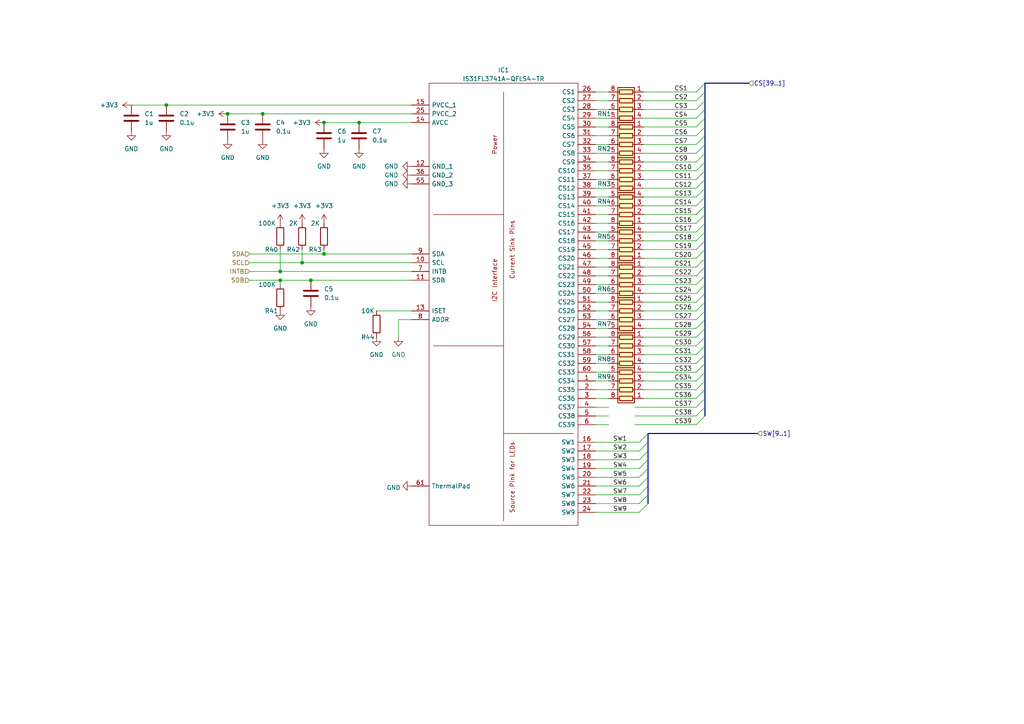
<source format=kicad_sch>
(kicad_sch (version 20211123) (generator eeschema)
  (paper "A4")
  (title_block (title "PMod RGB & Segment Display") (rev "v0.1") (company "James Horton") (comment 1 "interface, all LED's are designed to be indivdually addressable ") (comment 2 "This design is a 4 Digit Seven Segment Display made from RGB LED's, controlled using I2C") (comment 4 "Licensed Under CERN Open Hardware Licence Version 2 - Permissive"))
  (lib_symbols
    (symbol "Device:C" (pin_numbers hide) (pin_names (offset 0.254))
      (property "Reference" "C" (at 0.635 2.54 0))
      (property "Value" "C" (at 0.635 -2.54 0))
      (symbol "C_0_1"
        (polyline (pts (xy -2.032 -0.762) (xy 2.032 -0.762)) (stroke (width 0.508)))
        (polyline (pts (xy -2.032 0.762) (xy 2.032 0.762)) (stroke (width 0.508)))
      )
      (symbol "C_1_1"
        (pin passive line (at 0 3.81 270) (length 2.794) (name "~") (number "1"))
        (pin passive line (at 0 -3.81 90) (length 2.794) (name "~") (number "2"))
      )
    )
    (symbol "Device:R" (pin_numbers hide) (pin_names (offset 0))
      (property "Reference" "R" (at 2.032 0 90))
      (property "Value" "R" (at 0 0 90))
      (symbol "R_0_1"
        (rectangle (start -1.016 -2.54) (end 1.016 2.54) (stroke (width 0.254)))
      )
      (symbol "R_1_1"
        (pin passive line (at 0 3.81 270) (length 1.27) (name "~") (number "1"))
        (pin passive line (at 0 -3.81 90) (length 1.27) (name "~") (number "2"))
      )
    )
    (symbol "Device:R_Pack04" (pin_names (offset 0) hide)
      (property "Reference" "RN" (at -7.62 0 90))
      (property "Value" "R_Pack04" (at 5.08 0 90))
      (symbol "R_Pack04_0_1"
        (rectangle (start -6.35 -2.413) (end 3.81 2.413) (stroke (width 0.254)) (fill (type background)))
        (rectangle (start -5.715 1.905) (end -4.445 -1.905) (stroke (width 0.254)))
        (rectangle (start -3.175 1.905) (end -1.905 -1.905) (stroke (width 0.254)))
        (rectangle (start -0.635 1.905) (end 0.635 -1.905) (stroke (width 0.254)))
        (polyline (pts (xy -5.08 -2.54) (xy -5.08 -1.905)))
        (polyline (pts (xy -5.08 1.905) (xy -5.08 2.54)))
        (polyline (pts (xy -2.54 -2.54) (xy -2.54 -1.905)))
        (polyline (pts (xy -2.54 1.905) (xy -2.54 2.54)))
        (polyline (pts (xy 0 -2.54) (xy 0 -1.905)))
        (polyline (pts (xy 0 1.905) (xy 0 2.54)))
        (polyline (pts (xy 2.54 -2.54) (xy 2.54 -1.905)))
        (polyline (pts (xy 2.54 1.905) (xy 2.54 2.54)))
        (rectangle (start 1.905 1.905) (end 3.175 -1.905) (stroke (width 0.254)))
      )
      (symbol "R_Pack04_1_1"
        (pin passive line (at -5.08 -5.08 90) (length 2.54) (name "R1.1") (number "1"))
        (pin passive line (at -2.54 -5.08 90) (length 2.54) (name "R2.1") (number "2"))
        (pin passive line (at 0 -5.08 90) (length 2.54) (name "R3.1") (number "3"))
        (pin passive line (at 2.54 -5.08 90) (length 2.54) (name "R4.1") (number "4"))
        (pin passive line (at 2.54 5.08 270) (length 2.54) (name "R4.2") (number "5"))
        (pin passive line (at 0 5.08 270) (length 2.54) (name "R3.2") (number "6"))
        (pin passive line (at -2.54 5.08 270) (length 2.54) (name "R2.2") (number "7"))
        (pin passive line (at -5.08 5.08 270) (length 2.54) (name "R1.2") (number "8"))
      )
    )
    (symbol "jjh:IS31FL3741A-QFLS4-TR" (pin_names (offset 0.762))
      (property "Reference" "IC" (at 0 86.36 0))
      (property "Value" "IS31FL3741A-QFLS4-TR" (at 0 83.82 0))
      (symbol "IS31FL3741A-QFLS4-TR_0_0"
        (polyline (pts (xy -17.78 20.32) (xy 2.54 20.32)) (stroke (width 0.1524)))
        (polyline (pts (xy 2.54 -43.18) (xy 22.86 -43.18)) (stroke (width 0.1524)))
        (polyline (pts (xy 2.54 -17.78) (xy -17.78 -17.78)) (stroke (width 0.1524)))
        (polyline (pts (xy 2.54 55.88) (xy 2.54 -68.58)) (stroke (width 0.1524)))
        (text "Current Sink Pins" (at 5.08 10.16 900) (effects (font (size 1.27 1.27))))
        (text "I2C Interface" (at 0 1.27 900) (effects (font (size 1.27 1.27))))
        (text "Power" (at 0 40.64 900) (effects (font (size 1.27 1.27))))
        (text "Source Pink for LEDs" (at 5.08 -55.88 900) (effects (font (size 1.27 1.27))))
        (pin passive line (at 29.21 -27.94 180) (length 5.08) (name "CS34") (number "1"))
        (pin passive line (at -24.13 6.35 0) (length 5.08) (name "SCL") (number "10"))
        (pin passive line (at -24.13 1.27 0) (length 5.08) (name "SDB") (number "11"))
        (pin passive line (at -24.13 34.29 0) (length 5.08) (name "GND_1") (number "12"))
        (pin passive line (at -24.13 -7.62 0) (length 5.08) (name "ISET") (number "13"))
        (pin passive line (at -24.13 46.99 0) (length 5.08) (name "AVCC") (number "14"))
        (pin passive line (at -24.13 52.07 0) (length 5.08) (name "PVCC_1") (number "15"))
        (pin passive line (at 29.21 -45.72 180) (length 5.08) (name "SW1") (number "16"))
        (pin passive line (at 29.21 -48.26 180) (length 5.08) (name "SW2") (number "17"))
        (pin passive line (at 29.21 -50.8 180) (length 5.08) (name "SW3") (number "18"))
        (pin passive line (at 29.21 -53.34 180) (length 5.08) (name "SW4") (number "19"))
        (pin passive line (at 29.21 -30.48 180) (length 5.08) (name "CS35") (number "2"))
        (pin passive line (at 29.21 -55.88 180) (length 5.08) (name "SW5") (number "20"))
        (pin passive line (at 29.21 -58.42 180) (length 5.08) (name "SW6") (number "21"))
        (pin passive line (at 29.21 -60.96 180) (length 5.08) (name "SW7") (number "22"))
        (pin passive line (at 29.21 -63.5 180) (length 5.08) (name "SW8") (number "23"))
        (pin passive line (at 29.21 -66.04 180) (length 5.08) (name "SW9") (number "24"))
        (pin passive line (at -24.13 49.53 0) (length 5.08) (name "PVCC_2") (number "25"))
        (pin passive line (at 29.21 55.88 180) (length 5.08) (name "CS1") (number "26"))
        (pin passive line (at 29.21 53.34 180) (length 5.08) (name "CS2") (number "27"))
        (pin passive line (at 29.21 50.8 180) (length 5.08) (name "CS3") (number "28"))
        (pin passive line (at 29.21 48.26 180) (length 5.08) (name "CS4") (number "29"))
        (pin passive line (at 29.21 -33.02 180) (length 5.08) (name "CS36") (number "3"))
        (pin passive line (at 29.21 45.72 180) (length 5.08) (name "CS5") (number "30"))
        (pin passive line (at 29.21 43.18 180) (length 5.08) (name "CS6") (number "31"))
        (pin passive line (at 29.21 40.64 180) (length 5.08) (name "CS7") (number "32"))
        (pin passive line (at 29.21 38.1 180) (length 5.08) (name "CS8") (number "33"))
        (pin passive line (at 29.21 35.56 180) (length 5.08) (name "CS9") (number "34"))
        (pin passive line (at 29.21 33.02 180) (length 5.08) (name "CS10") (number "35"))
        (pin passive line (at -24.13 31.75 0) (length 5.08) (name "GND_2") (number "36"))
        (pin passive line (at 29.21 30.48 180) (length 5.08) (name "CS11") (number "37"))
        (pin passive line (at 29.21 27.94 180) (length 5.08) (name "CS12") (number "38"))
        (pin passive line (at 29.21 25.4 180) (length 5.08) (name "CS13") (number "39"))
        (pin passive line (at 29.21 -35.56 180) (length 5.08) (name "CS37") (number "4"))
        (pin passive line (at 29.21 22.86 180) (length 5.08) (name "CS14") (number "40"))
        (pin passive line (at 29.21 20.32 180) (length 5.08) (name "CS15") (number "41"))
        (pin passive line (at 29.21 17.78 180) (length 5.08) (name "CS16") (number "42"))
        (pin passive line (at 29.21 15.24 180) (length 5.08) (name "CS17") (number "43"))
        (pin passive line (at 29.21 12.7 180) (length 5.08) (name "CS18") (number "44"))
        (pin passive line (at 29.21 10.16 180) (length 5.08) (name "CS19") (number "45"))
        (pin passive line (at 29.21 7.62 180) (length 5.08) (name "CS20") (number "46"))
        (pin passive line (at 29.21 5.08 180) (length 5.08) (name "CS21") (number "47"))
        (pin passive line (at 29.21 2.54 180) (length 5.08) (name "CS22") (number "48"))
        (pin passive line (at 29.21 0 180) (length 5.08) (name "CS23") (number "49"))
        (pin passive line (at 29.21 -38.1 180) (length 5.08) (name "CS38") (number "5"))
        (pin passive line (at 29.21 -2.54 180) (length 5.08) (name "CS24") (number "50"))
        (pin passive line (at 29.21 -5.08 180) (length 5.08) (name "CS25") (number "51"))
        (pin passive line (at 29.21 -7.62 180) (length 5.08) (name "CS26") (number "52"))
        (pin passive line (at 29.21 -10.16 180) (length 5.08) (name "CS27") (number "53"))
        (pin passive line (at 29.21 -12.7 180) (length 5.08) (name "CS28") (number "54"))
        (pin passive line (at -24.13 29.21 0) (length 5.08) (name "GND_3") (number "55"))
        (pin passive line (at 29.21 -15.24 180) (length 5.08) (name "CS29") (number "56"))
        (pin passive line (at 29.21 -17.78 180) (length 5.08) (name "CS30") (number "57"))
        (pin passive line (at 29.21 -20.32 180) (length 5.08) (name "CS31") (number "58"))
        (pin passive line (at 29.21 -22.86 180) (length 5.08) (name "CS32") (number "59"))
        (pin passive line (at 29.21 -40.64 180) (length 5.08) (name "CS39") (number "6"))
        (pin passive line (at 29.21 -25.4 180) (length 5.08) (name "CS33") (number "60"))
        (pin passive line (at -24.13 -58.42 0) (length 5.08) (name "ThermalPad") (number "61"))
        (pin passive line (at -24.13 3.81 0) (length 5.08) (name "INTB") (number "7"))
        (pin passive line (at -24.13 -10.16 0) (length 5.08) (name "ADDR") (number "8"))
        (pin passive line (at -24.13 8.89 0) (length 5.08) (name "SDA") (number "9"))
      )
      (symbol "IS31FL3741A-QFLS4-TR_0_1"
        (polyline (pts (xy -19.05 58.42) (xy 24.13 58.42) (xy 24.13 -69.85) (xy -19.05 -69.85) (xy -19.05 58.42)) (stroke (width 0.1524)))
      )
    )
    (symbol "power:+3V3" (power) (pin_names (offset 0))
      (property "Value" "+3V3" (at 0 3.556 0))
      (symbol "+3V3_0_1"
        (polyline (pts (xy -0.762 1.27) (xy 0 2.54)))
        (polyline (pts (xy 0 0) (xy 0 2.54)))
        (polyline (pts (xy 0 2.54) (xy 0.762 1.27)))
      )
      (symbol "+3V3_1_1"
        (pin power_in line (at 0 0 90) (length 0) hide (name "+3V3") (number "1"))
      )
    )
    (symbol "power:GND" (power) (pin_names (offset 0))
      (property "Value" "GND" (at 0 -3.81 0))
      (symbol "GND_0_1"
        (polyline (pts (xy 0 0) (xy 0 -1.27) (xy 1.27 -1.27) (xy 0 -2.54) (xy -1.27 -1.27) (xy 0 -1.27)))
      )
      (symbol "GND_1_1"
        (pin power_in line (at 0 0 270) (length 0) hide (name "GND") (number "1"))
      )
    )
  )
  (junction (at 48.26 30.48))
  (junction (at 87.63 76.2))
  (junction (at 81.28 81.28))
  (junction (at 93.98 35.56))
  (junction (at 66.04 33.02))
  (junction (at 104.14 35.56))
  (junction (at 76.2 33.02))
  (junction (at 90.17 81.28))
  (junction (at 81.28 78.74))
  (junction (at 93.98 73.66))
  (bus_entry (at 201.93 123.19) (size 2.54 -2.54))
  (bus_entry (at 201.93 100.33) (size 2.54 -2.54))
  (bus_entry (at 201.93 59.69) (size 2.54 -2.54))
  (bus_entry (at 201.93 92.71) (size 2.54 -2.54))
  (bus_entry (at 201.93 49.53) (size 2.54 -2.54))
  (bus_entry (at 201.93 36.83) (size 2.54 -2.54))
  (bus_entry (at 201.93 107.95) (size 2.54 -2.54))
  (bus_entry (at 201.93 77.47) (size 2.54 -2.54))
  (bus_entry (at 201.93 31.75) (size 2.54 -2.54))
  (bus_entry (at 201.93 105.41) (size 2.54 -2.54))
  (bus_entry (at 201.93 80.01) (size 2.54 -2.54))
  (bus_entry (at 201.93 67.31) (size 2.54 -2.54))
  (bus_entry (at 201.93 57.15) (size 2.54 -2.54))
  (bus_entry (at 185.42 143.51) (size 2.54 -2.54))
  (bus_entry (at 185.42 146.05) (size 2.54 -2.54))
  (bus_entry (at 185.42 148.59) (size 2.54 -2.54))
  (bus_entry (at 185.42 138.43) (size 2.54 -2.54))
  (bus_entry (at 185.42 140.97) (size 2.54 -2.54))
  (bus_entry (at 185.42 130.81) (size 2.54 -2.54))
  (bus_entry (at 185.42 128.27) (size 2.54 -2.54))
  (bus_entry (at 185.42 135.89) (size 2.54 -2.54))
  (bus_entry (at 185.42 133.35) (size 2.54 -2.54))
  (bus_entry (at 201.93 74.93) (size 2.54 -2.54))
  (bus_entry (at 201.93 118.11) (size 2.54 -2.54))
  (bus_entry (at 201.93 90.17) (size 2.54 -2.54))
  (bus_entry (at 201.93 102.87) (size 2.54 -2.54))
  (bus_entry (at 201.93 110.49) (size 2.54 -2.54))
  (bus_entry (at 201.93 69.85) (size 2.54 -2.54))
  (bus_entry (at 201.93 97.79) (size 2.54 -2.54))
  (bus_entry (at 201.93 39.37) (size 2.54 -2.54))
  (bus_entry (at 201.93 29.21) (size 2.54 -2.54))
  (bus_entry (at 201.93 113.03) (size 2.54 -2.54))
  (bus_entry (at 201.93 46.99) (size 2.54 -2.54))
  (bus_entry (at 201.93 120.65) (size 2.54 -2.54))
  (bus_entry (at 201.93 41.91) (size 2.54 -2.54))
  (bus_entry (at 201.93 72.39) (size 2.54 -2.54))
  (bus_entry (at 201.93 34.29) (size 2.54 -2.54))
  (bus_entry (at 201.93 82.55) (size 2.54 -2.54))
  (bus_entry (at 201.93 54.61) (size 2.54 -2.54))
  (bus_entry (at 201.93 85.09) (size 2.54 -2.54))
  (bus_entry (at 204.47 24.13) (size -2.54 2.54))
  (bus_entry (at 201.93 44.45) (size 2.54 -2.54))
  (bus_entry (at 201.93 95.25) (size 2.54 -2.54))
  (bus_entry (at 201.93 87.63) (size 2.54 -2.54))
  (bus_entry (at 201.93 115.57) (size 2.54 -2.54))
  (bus_entry (at 201.93 64.77) (size 2.54 -2.54))
  (bus_entry (at 201.93 52.07) (size 2.54 -2.54))
  (bus_entry (at 201.93 62.23) (size 2.54 -2.54))
  (bus (pts (xy 204.47 67.31) (xy 204.47 64.77)))
  (wire (pts (xy 172.72 85.09) (xy 176.53 85.09)))
  (wire (pts (xy 186.69 107.95) (xy 201.93 107.95)))
  (bus (pts (xy 187.96 140.97) (xy 187.96 138.43)))
  (bus (pts (xy 204.47 95.25) (xy 204.47 92.71)))
  (wire (pts (xy 93.98 72.39) (xy 93.98 73.66)))
  (wire (pts (xy 81.28 81.28) (xy 90.17 81.28)))
  (wire (pts (xy 184.15 120.65) (xy 201.93 120.65)))
  (wire (pts (xy 184.15 118.11) (xy 201.93 118.11)))
  (bus (pts (xy 204.47 107.95) (xy 204.47 105.41)))
  (wire (pts (xy 93.98 35.56) (xy 104.14 35.56)))
  (wire (pts (xy 186.69 39.37) (xy 201.93 39.37)))
  (bus (pts (xy 187.96 125.73) (xy 219.71 125.73)))
  (bus (pts (xy 204.47 29.21) (xy 204.47 26.67)))
  (bus (pts (xy 204.47 90.17) (xy 204.47 87.63)))
  (bus (pts (xy 204.47 85.09) (xy 204.47 82.55)))
  (wire (pts (xy 172.72 59.69) (xy 176.53 59.69)))
  (wire (pts (xy 104.14 35.56) (xy 119.38 35.56)))
  (wire (pts (xy 172.72 36.83) (xy 176.53 36.83)))
  (wire (pts (xy 115.57 92.71) (xy 115.57 97.79)))
  (bus (pts (xy 204.47 39.37) (xy 204.47 36.83)))
  (wire (pts (xy 172.72 54.61) (xy 176.53 54.61)))
  (wire (pts (xy 172.72 100.33) (xy 176.53 100.33)))
  (wire (pts (xy 109.22 90.17) (xy 119.38 90.17)))
  (bus (pts (xy 187.96 130.81) (xy 187.96 128.27)))
  (wire (pts (xy 186.69 110.49) (xy 201.93 110.49)))
  (bus (pts (xy 204.47 72.39) (xy 204.47 69.85)))
  (wire (pts (xy 172.72 34.29) (xy 176.53 34.29)))
  (bus (pts (xy 204.47 74.93) (xy 204.47 72.39)))
  (wire (pts (xy 172.72 82.55) (xy 176.53 82.55)))
  (wire (pts (xy 186.69 44.45) (xy 201.93 44.45)))
  (wire (pts (xy 93.98 73.66) (xy 119.38 73.66)))
  (bus (pts (xy 204.47 97.79) (xy 204.47 100.33)))
  (bus (pts (xy 204.47 102.87) (xy 204.47 100.33)))
  (wire (pts (xy 186.69 82.55) (xy 201.93 82.55)))
  (bus (pts (xy 187.96 133.35) (xy 187.96 130.81)))
  (wire (pts (xy 186.69 90.17) (xy 201.93 90.17)))
  (wire (pts (xy 186.69 105.41) (xy 201.93 105.41)))
  (bus (pts (xy 204.47 46.99) (xy 204.47 44.45)))
  (wire (pts (xy 172.72 69.85) (xy 176.53 69.85)))
  (wire (pts (xy 186.69 64.77) (xy 201.93 64.77)))
  (wire (pts (xy 172.72 120.65) (xy 176.53 120.65)))
  (wire (pts (xy 172.72 80.01) (xy 176.53 80.01)))
  (wire (pts (xy 72.39 73.66) (xy 93.98 73.66)))
  (wire (pts (xy 172.72 26.67) (xy 176.53 26.67)))
  (wire (pts (xy 76.2 33.02) (xy 119.38 33.02)))
  (wire (pts (xy 172.72 148.59) (xy 185.42 148.59)))
  (bus (pts (xy 204.47 113.03) (xy 204.47 110.49)))
  (wire (pts (xy 172.72 128.27) (xy 185.42 128.27)))
  (bus (pts (xy 204.47 120.65) (xy 204.47 118.11)))
  (wire (pts (xy 186.69 74.93) (xy 201.93 74.93)))
  (wire (pts (xy 186.69 49.53) (xy 201.93 49.53)))
  (wire (pts (xy 172.72 123.19) (xy 176.53 123.19)))
  (wire (pts (xy 186.69 87.63) (xy 201.93 87.63)))
  (bus (pts (xy 204.47 44.45) (xy 204.47 41.91)))
  (wire (pts (xy 172.72 39.37) (xy 176.53 39.37)))
  (bus (pts (xy 204.47 24.13) (xy 217.17 24.13)))
  (bus (pts (xy 204.47 105.41) (xy 204.47 102.87)))
  (wire (pts (xy 172.72 29.21) (xy 176.53 29.21)))
  (wire (pts (xy 66.04 33.02) (xy 76.2 33.02)))
  (bus (pts (xy 204.47 29.21) (xy 204.47 31.75)))
  (wire (pts (xy 186.69 67.31) (xy 201.93 67.31)))
  (wire (pts (xy 172.72 138.43) (xy 185.42 138.43)))
  (wire (pts (xy 186.69 59.69) (xy 201.93 59.69)))
  (bus (pts (xy 204.47 62.23) (xy 204.47 59.69)))
  (bus (pts (xy 204.47 97.79) (xy 204.47 95.25)))
  (wire (pts (xy 172.72 72.39) (xy 176.53 72.39)))
  (wire (pts (xy 87.63 72.39) (xy 87.63 76.2)))
  (wire (pts (xy 172.72 130.81) (xy 185.42 130.81)))
  (bus (pts (xy 204.47 52.07) (xy 204.47 49.53)))
  (wire (pts (xy 81.28 72.39) (xy 81.28 78.74)))
  (wire (pts (xy 186.69 100.33) (xy 201.93 100.33)))
  (wire (pts (xy 186.69 46.99) (xy 201.93 46.99)))
  (wire (pts (xy 172.72 102.87) (xy 176.53 102.87)))
  (bus (pts (xy 204.47 92.71) (xy 204.47 90.17)))
  (wire (pts (xy 186.69 29.21) (xy 201.93 29.21)))
  (wire (pts (xy 81.28 81.28) (xy 81.28 82.55)))
  (wire (pts (xy 172.72 115.57) (xy 176.53 115.57)))
  (wire (pts (xy 72.39 76.2) (xy 87.63 76.2)))
  (wire (pts (xy 172.72 97.79) (xy 176.53 97.79)))
  (bus (pts (xy 204.47 49.53) (xy 204.47 46.99)))
  (wire (pts (xy 172.72 90.17) (xy 176.53 90.17)))
  (wire (pts (xy 172.72 140.97) (xy 185.42 140.97)))
  (wire (pts (xy 72.39 78.74) (xy 81.28 78.74)))
  (bus (pts (xy 204.47 41.91) (xy 204.47 39.37)))
  (wire (pts (xy 186.69 62.23) (xy 201.93 62.23)))
  (wire (pts (xy 172.72 74.93) (xy 176.53 74.93)))
  (wire (pts (xy 186.69 85.09) (xy 201.93 85.09)))
  (bus (pts (xy 187.96 135.89) (xy 187.96 133.35)))
  (bus (pts (xy 204.47 36.83) (xy 204.47 34.29)))
  (wire (pts (xy 172.72 41.91) (xy 176.53 41.91)))
  (bus (pts (xy 204.47 87.63) (xy 204.47 85.09)))
  (wire (pts (xy 186.69 72.39) (xy 201.93 72.39)))
  (bus (pts (xy 187.96 128.27) (xy 187.96 125.73)))
  (wire (pts (xy 172.72 135.89) (xy 185.42 135.89)))
  (bus (pts (xy 204.47 69.85) (xy 204.47 67.31)))
  (bus (pts (xy 204.47 64.77) (xy 204.47 62.23)))
  (bus (pts (xy 187.96 143.51) (xy 187.96 140.97)))
  (wire (pts (xy 87.63 76.2) (xy 119.38 76.2)))
  (wire (pts (xy 186.69 97.79) (xy 201.93 97.79)))
  (wire (pts (xy 172.72 52.07) (xy 176.53 52.07)))
  (wire (pts (xy 172.72 87.63) (xy 176.53 87.63)))
  (wire (pts (xy 172.72 118.11) (xy 176.53 118.11)))
  (bus (pts (xy 187.96 138.43) (xy 187.96 135.89)))
  (wire (pts (xy 172.72 146.05) (xy 185.42 146.05)))
  (wire (pts (xy 172.72 44.45) (xy 176.53 44.45)))
  (wire (pts (xy 172.72 92.71) (xy 176.53 92.71)))
  (wire (pts (xy 172.72 46.99) (xy 176.53 46.99)))
  (wire (pts (xy 186.69 52.07) (xy 201.93 52.07)))
  (bus (pts (xy 204.47 110.49) (xy 204.47 107.95)))
  (wire (pts (xy 172.72 49.53) (xy 176.53 49.53)))
  (bus (pts (xy 204.47 118.11) (xy 204.47 115.57)))
  (bus (pts (xy 204.47 80.01) (xy 204.47 77.47)))
  (wire (pts (xy 172.72 133.35) (xy 185.42 133.35)))
  (wire (pts (xy 186.69 31.75) (xy 201.93 31.75)))
  (wire (pts (xy 186.69 34.29) (xy 201.93 34.29)))
  (wire (pts (xy 172.72 143.51) (xy 185.42 143.51)))
  (wire (pts (xy 186.69 80.01) (xy 201.93 80.01)))
  (wire (pts (xy 172.72 64.77) (xy 176.53 64.77)))
  (wire (pts (xy 186.69 92.71) (xy 201.93 92.71)))
  (wire (pts (xy 48.26 30.48) (xy 119.38 30.48)))
  (wire (pts (xy 172.72 95.25) (xy 176.53 95.25)))
  (wire (pts (xy 90.17 81.28) (xy 119.38 81.28)))
  (wire (pts (xy 186.69 113.03) (xy 201.93 113.03)))
  (bus (pts (xy 204.47 26.67) (xy 204.47 24.13)))
  (wire (pts (xy 81.28 78.74) (xy 119.38 78.74)))
  (bus (pts (xy 187.96 146.05) (xy 187.96 143.51)))
  (wire (pts (xy 172.72 31.75) (xy 176.53 31.75)))
  (wire (pts (xy 186.69 77.47) (xy 201.93 77.47)))
  (wire (pts (xy 172.72 107.95) (xy 176.53 107.95)))
  (wire (pts (xy 172.72 105.41) (xy 176.53 105.41)))
  (bus (pts (xy 204.47 115.57) (xy 204.47 113.03)))
  (wire (pts (xy 186.69 95.25) (xy 201.93 95.25)))
  (wire (pts (xy 186.69 57.15) (xy 201.93 57.15)))
  (bus (pts (xy 204.47 59.69) (xy 204.47 57.15)))
  (wire (pts (xy 186.69 115.57) (xy 201.93 115.57)))
  (bus (pts (xy 204.47 74.93) (xy 204.47 77.47)))
  (wire (pts (xy 38.1 30.48) (xy 48.26 30.48)))
  (bus (pts (xy 204.47 34.29) (xy 204.47 31.75)))
  (bus (pts (xy 204.47 57.15) (xy 204.47 54.61)))
  (wire (pts (xy 119.38 92.71) (xy 115.57 92.71)))
  (wire (pts (xy 186.69 36.83) (xy 201.93 36.83)))
  (wire (pts (xy 186.69 54.61) (xy 201.93 54.61)))
  (wire (pts (xy 72.39 81.28) (xy 81.28 81.28)))
  (wire (pts (xy 172.72 110.49) (xy 176.53 110.49)))
  (wire (pts (xy 172.72 57.15) (xy 176.53 57.15)))
  (wire (pts (xy 186.69 26.67) (xy 201.93 26.67)))
  (wire (pts (xy 184.15 123.19) (xy 201.93 123.19)))
  (wire (pts (xy 172.72 62.23) (xy 176.53 62.23)))
  (wire (pts (xy 186.69 102.87) (xy 201.93 102.87)))
  (wire (pts (xy 172.72 77.47) (xy 176.53 77.47)))
  (wire (pts (xy 186.69 69.85) (xy 201.93 69.85)))
  (bus (pts (xy 204.47 82.55) (xy 204.47 80.01)))
  (wire (pts (xy 172.72 113.03) (xy 176.53 113.03)))
  (wire (pts (xy 172.72 67.31) (xy 176.53 67.31)))
  (bus (pts (xy 204.47 52.07) (xy 204.47 54.61)))
  (wire (pts (xy 186.69 41.91) (xy 201.93 41.91)))
  (label "CS22" (at 195.58 80.01 0))
  (label "CS11" (at 195.58 52.07 0))
  (label "CS8" (at 195.58 44.45 0))
  (label "CS27" (at 195.58 92.71 0))
  (label "CS29" (at 195.58 97.79 0))
  (label "SW6" (at 177.8 140.97 0))
  (label "CS36" (at 195.58 115.57 0))
  (label "CS35" (at 195.58 113.03 0))
  (label "CS26" (at 195.58 90.17 0))
  (label "CS13" (at 195.58 57.15 0))
  (label "CS21" (at 195.58 77.47 0))
  (label "CS38" (at 195.58 120.65 0))
  (label "CS37" (at 195.58 118.11 0))
  (label "SW3" (at 177.8 133.35 0))
  (label "CS7" (at 195.58 41.91 0))
  (label "CS4" (at 195.58 34.29 0))
  (label "CS31" (at 195.58 102.87 0))
  (label "CS6" (at 195.58 39.37 0))
  (label "SW4" (at 177.8 135.89 0))
  (label "CS33" (at 195.58 107.95 0))
  (label "CS3" (at 195.58 31.75 0))
  (label "SW9" (at 177.8 148.59 0))
  (label "CS10" (at 195.58 49.53 0))
  (label "CS23" (at 195.58 82.55 0))
  (label "CS18" (at 195.58 69.85 0))
  (label "CS19" (at 195.58 72.39 0))
  (label "CS34" (at 195.58 110.49 0))
  (label "CS5" (at 195.58 36.83 0))
  (label "CS2" (at 195.58 29.21 0))
  (label "CS9" (at 195.58 46.99 0))
  (label "SW5" (at 177.8 138.43 0))
  (label "CS28" (at 195.58 95.25 0))
  (label "CS16" (at 195.58 64.77 0))
  (label "CS17" (at 195.58 67.31 0))
  (label "SW8" (at 177.8 146.05 0))
  (label "CS25" (at 195.58 87.63 0))
  (label "CS12" (at 195.58 54.61 0))
  (label "CS24" (at 195.58 85.09 0))
  (label "SW2" (at 177.8 130.81 0))
  (label "CS20" (at 195.58 74.93 0))
  (label "CS14" (at 195.58 59.69 0))
  (label "CS30" (at 195.58 100.33 0))
  (label "SW7" (at 177.8 143.51 0))
  (label "CS32" (at 195.58 105.41 0))
  (label "SW1" (at 177.8 128.27 0))
  (label "CS1" (at 195.58 26.67 0))
  (label "CS39" (at 195.58 123.19 0))
  (label "CS15" (at 195.58 62.23 0))
  (hierarchical_label "INTB" (shape input) (at 72.39 78.74 180))
  (hierarchical_label "CS[39..1]" (shape input) (at 217.17 24.13 0))
  (hierarchical_label "SCL" (shape input) (at 72.39 76.2 180))
  (hierarchical_label "SDB" (shape input) (at 72.39 81.28 180))
  (hierarchical_label "SW[9..1]" (shape input) (at 219.71 125.73 0))
  (hierarchical_label "SDA" (shape input) (at 72.39 73.66 180))
  (symbol (lib_id "power:+3V3") (at 81.28 64.77 0) (unit 1)
    (property "Reference" "#PWR0112" (effects hide))
    (property "Value" "+3V3" (at 81.28 59.69 0))
  )
  (symbol (lib_id "power:GND") (at 119.38 140.97 270) (unit 1)
    (property "Reference" "#PWR0105" (effects hide))
    (property "Value" "GND" (at 116.2051 141.449 90) (effects (justify right)))
  )
  (symbol (lib_id "power:GND") (at 66.04 40.64 0) (unit 1)
    (property "Reference" "#PWR0118" (effects hide))
    (property "Value" "GND" (at 66.04 45.72 0))
  )
  (symbol (lib_id "Device:R") (at 109.22 93.98 180) (unit 1)
    (property "Reference" "R44" (at 106.68 97.79 0))
    (property "Value" "10K" (at 106.68 90.17 0))
    (property "Footprint" "Resistor_SMD:R_0603_1608Metric" (effects hide))
  )
  (symbol (lib_id "power:GND") (at 93.98 43.18 0) (unit 1)
    (property "Reference" "#PWR0121" (effects hide))
    (property "Value" "GND" (at 93.98 48.26 0))
  )
  (symbol (lib_id "power:GND") (at 119.38 48.26 270) (unit 1)
    (property "Reference" "#PWR0122" (effects hide))
    (property "Value" "GND" (at 115.57 48.2599 90) (effects (justify right)))
  )
  (symbol (lib_id "Device:C") (at 76.2 36.83 0) (unit 1)
    (property "Reference" "C4" (at 80.01 35.5599 0) (effects (justify left)))
    (property "Value" "0.1u" (at 80.01 38.0999 0) (effects (justify left)))
    (property "Footprint" "Capacitor_SMD:C_0603_1608Metric" (effects hide))
  )
  (symbol (lib_id "Device:C") (at 104.14 39.37 0) (unit 1)
    (property "Reference" "C7" (at 107.95 38.0999 0) (effects (justify left)))
    (property "Value" "0.1u" (at 107.95 40.6399 0) (effects (justify left)))
    (property "Footprint" "Capacitor_SMD:C_0603_1608Metric" (effects hide))
  )
  (symbol (lib_id "power:+3V3") (at 93.98 35.56 90) (unit 1)
    (property "Reference" "#PWR0114" (effects hide))
    (property "Value" "+3V3" (at 90.17 35.5599 90) (effects (justify left)))
  )
  (symbol (lib_id "Device:R_Pack04") (at 181.61 41.91 90) (mirror x) (unit 1)
    (property "Reference" "RN2" (at 175.26 43.18 90))
    (property "Value" "EXB38V472JV" (effects hide))
    (property "Footprint" "jjh:EXB38V472JV" (effects hide))
  )
  (symbol (lib_id "power:+3V3") (at 87.63 64.77 0) (unit 1)
    (property "Reference" "#PWR0110" (effects hide))
    (property "Value" "+3V3" (at 87.63 59.69 0))
  )
  (symbol (lib_id "power:+3V3") (at 93.98 64.77 0) (unit 1)
    (property "Reference" "#PWR0111" (effects hide))
    (property "Value" "+3V3" (at 93.98 59.69 0))
  )
  (symbol (lib_id "Device:R_Pack04") (at 181.61 52.07 90) (mirror x) (unit 1)
    (property "Reference" "RN3" (at 175.26 53.34 90))
    (property "Value" "EXB38V472JV" (effects hide))
    (property "Footprint" "jjh:EXB38V472JV" (effects hide))
  )
  (symbol (lib_id "Device:R_Pack04") (at 181.61 102.87 90) (mirror x) (unit 1)
    (property "Reference" "RN8" (at 175.26 104.14 90))
    (property "Value" "EXB38V472JV" (effects hide))
    (property "Footprint" "jjh:EXB38V472JV" (effects hide))
  )
  (symbol (lib_id "Device:R") (at 87.63 68.58 180) (unit 1)
    (property "Reference" "R42" (at 85.09 72.39 0))
    (property "Value" "2K" (at 85.09 64.77 0))
    (property "Footprint" "Resistor_SMD:R_0603_1608Metric" (effects hide))
  )
  (symbol (lib_id "power:GND") (at 109.22 97.79 0) (unit 1)
    (property "Reference" "#PWR0109" (effects hide))
    (property "Value" "GND" (at 109.22 102.87 0))
  )
  (symbol (lib_id "power:GND") (at 48.26 38.1 0) (unit 1)
    (property "Reference" "#PWR0115" (effects hide))
    (property "Value" "GND" (at 48.26 43.18 0))
  )
  (symbol (lib_id "power:GND") (at 90.17 88.9 0) (unit 1)
    (property "Reference" "#PWR0107" (effects hide))
    (property "Value" "GND" (at 90.17 93.98 0))
  )
  (symbol (lib_id "jjh:IS31FL3741A-QFLS4-TR") (at 143.51 82.55 0) (unit 1)
    (property "Reference" "IC1" (at 146.05 20.32 0))
    (property "Value" "IS31FL3741A-QFLS4-TR" (at 146.05 22.86 0))
    (property "Footprint" "jjh:QFN40P700X700X80-61N-D" (effects hide))
    (property "Description" "IC 399 MATRIX LED DRIVER, 60QFN" (effects hide))
    (property "Height" "0.8" (effects hide))
    (property "Mouser Part Number" "870-IS31FL3741AQFLS4" (effects hide))
    (property "Mouser Price/Stock" "https://www.mouser.co.uk/ProductDetail/Lumissil/IS31FL3741A-QFLS4-TR/?qs=vHuUswq2%252BswTP7dMFLQAvQ%3D%3D" (effects hide))
    (property "Manufacturer_Name" "Lumissil" (effects hide))
    (property "Manufacturer_Part_Number" "IS31FL3741A-QFLS4-TR" (effects hide))
  )
  (symbol (lib_id "power:+3V3") (at 38.1 30.48 90) (unit 1)
    (property "Reference" "#PWR0117" (effects hide))
    (property "Value" "+3V3" (at 34.29 30.4799 90) (effects (justify left)))
  )
  (symbol (lib_id "Device:R") (at 81.28 86.36 180) (unit 1)
    (property "Reference" "R41" (at 78.74 90.17 0))
    (property "Value" "100K" (at 77.47 82.55 0))
    (property "Footprint" "Resistor_SMD:R_0603_1608Metric" (effects hide))
  )
  (symbol (lib_id "power:+3V3") (at 66.04 33.02 90) (unit 1)
    (property "Reference" "#PWR0113" (effects hide))
    (property "Value" "+3V3" (at 62.23 33.0199 90) (effects (justify left)))
  )
  (symbol (lib_id "power:GND") (at 76.2 40.64 0) (unit 1)
    (property "Reference" "#PWR0119" (effects hide))
    (property "Value" "GND" (at 76.2 45.72 0))
  )
  (symbol (lib_id "Device:C") (at 93.98 39.37 0) (unit 1)
    (property "Reference" "C6" (at 97.79 38.0999 0) (effects (justify left)))
    (property "Value" "1u" (at 97.79 40.6399 0) (effects (justify left)))
    (property "Footprint" "Capacitor_SMD:C_0603_1608Metric" (effects hide))
  )
  (symbol (lib_id "Device:C") (at 66.04 36.83 0) (unit 1)
    (property "Reference" "C3" (at 69.85 35.5599 0) (effects (justify left)))
    (property "Value" "1u" (at 69.85 38.0999 0) (effects (justify left)))
    (property "Footprint" "Capacitor_SMD:C_0603_1608Metric" (effects hide))
  )
  (symbol (lib_id "power:GND") (at 38.1 38.1 0) (unit 1)
    (property "Reference" "#PWR0116" (effects hide))
    (property "Value" "GND" (at 38.1 43.18 0))
  )
  (symbol (lib_id "power:GND") (at 115.57 97.79 0) (unit 1)
    (property "Reference" "#PWR0108" (effects hide))
    (property "Value" "GND" (at 115.57 102.87 0))
  )
  (symbol (lib_id "Device:R_Pack04") (at 181.61 31.75 90) (mirror x) (unit 1)
    (property "Reference" "RN1" (at 175.26 33.02 90))
    (property "Value" "EXB38V472JV" (effects hide))
    (property "Footprint" "jjh:EXB38V472JV" (effects hide))
  )
  (symbol (lib_id "power:GND") (at 81.28 90.17 0) (unit 1)
    (property "Reference" "#PWR0106" (effects hide))
    (property "Value" "GND" (at 81.28 95.25 0))
  )
  (symbol (lib_id "Device:R_Pack04") (at 181.61 110.49 90) (unit 1)
    (property "Reference" "RN9" (at 175.26 109.22 90))
    (property "Value" "EXB38V472JV" (effects hide))
    (property "Footprint" "jjh:EXB38V472JV" (effects hide))
  )
  (symbol (lib_id "Device:R_Pack04") (at 181.61 69.85 90) (unit 1)
    (property "Reference" "RN5" (at 175.26 68.58 90))
    (property "Value" "EXB38V472JV" (effects hide))
    (property "Footprint" "jjh:EXB38V472JV" (effects hide))
  )
  (symbol (lib_id "Device:C") (at 48.26 34.29 0) (unit 1)
    (property "Reference" "C2" (at 52.07 33.0199 0) (effects (justify left)))
    (property "Value" "0.1u" (at 52.07 35.5599 0) (effects (justify left)))
    (property "Footprint" "Capacitor_SMD:C_0603_1608Metric" (effects hide))
  )
  (symbol (lib_id "power:GND") (at 104.14 43.18 0) (unit 1)
    (property "Reference" "#PWR0120" (effects hide))
    (property "Value" "GND" (at 104.14 48.26 0))
  )
  (symbol (lib_id "power:GND") (at 119.38 53.34 270) (unit 1)
    (property "Reference" "#PWR0124" (effects hide))
    (property "Value" "GND" (at 115.57 53.3399 90) (effects (justify right)))
  )
  (symbol (lib_id "Device:R_Pack04") (at 181.61 92.71 90) (mirror x) (unit 1)
    (property "Reference" "RN7" (at 175.26 93.98 90))
    (property "Value" "EXB38V472JV" (effects hide))
    (property "Footprint" "jjh:EXB38V472JV" (effects hide))
  )
  (symbol (lib_id "Device:R") (at 93.98 68.58 180) (unit 1)
    (property "Reference" "R43" (at 91.44 72.39 0))
    (property "Value" "2K" (at 91.44 64.77 0))
    (property "Footprint" "Resistor_SMD:R_0603_1608Metric" (effects hide))
  )
  (symbol (lib_id "Device:R_Pack04") (at 181.61 59.69 90) (unit 1)
    (property "Reference" "RN4" (at 175.26 58.42 90))
    (property "Value" "EXB38V472JV" (effects hide))
    (property "Footprint" "jjh:EXB38V472JV" (effects hide))
  )
  (symbol (lib_id "power:GND") (at 119.38 50.8 270) (unit 1)
    (property "Reference" "#PWR0123" (effects hide))
    (property "Value" "GND" (at 115.57 50.7999 90) (effects (justify right)))
  )
  (symbol (lib_id "Device:C") (at 38.1 34.29 0) (unit 1)
    (property "Reference" "C1" (at 41.91 33.0199 0) (effects (justify left)))
    (property "Value" "1u" (at 41.91 35.5599 0) (effects (justify left)))
    (property "Footprint" "Capacitor_SMD:C_0603_1608Metric" (effects hide))
  )
  (symbol (lib_id "Device:R") (at 81.28 68.58 180) (unit 1)
    (property "Reference" "R40" (at 78.74 72.39 0))
    (property "Value" "100K" (at 77.47 64.77 0))
    (property "Footprint" "Resistor_SMD:R_0603_1608Metric" (effects hide))
  )
  (symbol (lib_id "Device:C") (at 90.17 85.09 0) (unit 1)
    (property "Reference" "C5" (at 93.98 83.8199 0) (effects (justify left)))
    (property "Value" "0.1u" (at 93.98 86.3599 0) (effects (justify left)))
    (property "Footprint" "Capacitor_SMD:C_0603_1608Metric" (effects hide))
  )
  (symbol (lib_id "Device:R_Pack04") (at 181.61 82.55 90) (mirror x) (unit 1)
    (property "Reference" "RN6" (at 175.26 83.82 90))
    (property "Value" "EXB38V472JV" (effects hide))
    (property "Footprint" "jjh:EXB38V472JV" (effects hide))
  )
)
</source>
